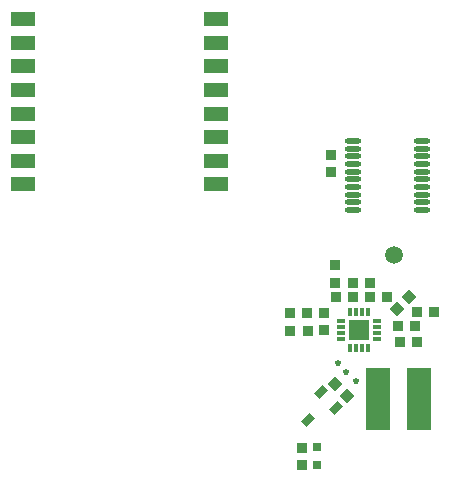
<source format=gtp>
G04*
G04 #@! TF.GenerationSoftware,Altium Limited,Altium Designer,21.0.8 (223)*
G04*
G04 Layer_Color=8421504*
%FSLAX44Y44*%
%MOMM*%
G71*
G04*
G04 #@! TF.SameCoordinates,3C593E1E-8741-496A-A554-97E108CC9687*
G04*
G04*
G04 #@! TF.FilePolarity,Positive*
G04*
G01*
G75*
G04:AMPARAMS|DCode=10|XSize=0.6mm|YSize=1mm|CornerRadius=0mm|HoleSize=0mm|Usage=FLASHONLY|Rotation=315.000|XOffset=0mm|YOffset=0mm|HoleType=Round|Shape=Rectangle|*
%AMROTATEDRECTD10*
4,1,4,-0.5657,-0.1414,0.1414,0.5657,0.5657,0.1414,-0.1414,-0.5657,-0.5657,-0.1414,0.0*
%
%ADD10ROTATEDRECTD10*%

%ADD11R,0.9000X0.9500*%
G04:AMPARAMS|DCode=12|XSize=0.9mm|YSize=0.95mm|CornerRadius=0mm|HoleSize=0mm|Usage=FLASHONLY|Rotation=45.000|XOffset=0mm|YOffset=0mm|HoleType=Round|Shape=Rectangle|*
%AMROTATEDRECTD12*
4,1,4,0.0177,-0.6541,-0.6541,0.0177,-0.0177,0.6541,0.6541,-0.0177,0.0177,-0.6541,0.0*
%
%ADD12ROTATEDRECTD12*%

%ADD13R,0.8000X0.8000*%
%ADD14R,0.9500X0.9000*%
%ADD15R,2.0000X5.3000*%
%ADD16R,1.7500X1.7500*%
%ADD17R,0.3000X0.8000*%
%ADD18R,0.8000X0.3000*%
G04:AMPARAMS|DCode=19|XSize=0.5mm|YSize=0.5mm|CornerRadius=0.25mm|HoleSize=0mm|Usage=FLASHONLY|Rotation=45.000|XOffset=0mm|YOffset=0mm|HoleType=Round|Shape=RoundedRectangle|*
%AMROUNDEDRECTD19*
21,1,0.5000,0.0000,0,0,45.0*
21,1,0.0000,0.5000,0,0,45.0*
1,1,0.5000,0.0000,0.0000*
1,1,0.5000,0.0000,0.0000*
1,1,0.5000,0.0000,0.0000*
1,1,0.5000,0.0000,0.0000*
%
%ADD19ROUNDEDRECTD19*%
%ADD20C,1.5000*%
%ADD21R,2.0000X1.3000*%
%ADD22O,1.4000X0.4500*%
G04:AMPARAMS|DCode=23|XSize=0.9mm|YSize=0.95mm|CornerRadius=0mm|HoleSize=0mm|Usage=FLASHONLY|Rotation=135.000|XOffset=0mm|YOffset=0mm|HoleType=Round|Shape=Rectangle|*
%AMROTATEDRECTD23*
4,1,4,0.6541,0.0177,-0.0177,-0.6541,-0.6541,-0.0177,0.0177,0.6541,0.6541,0.0177,0.0*
%
%ADD23ROTATEDRECTD23*%

D10*
X391044Y106062D02*
D03*
X401297Y129750D02*
D03*
X414732Y116315D02*
D03*
D11*
X385369Y68069D02*
D03*
Y82569D02*
D03*
X413750Y222500D02*
D03*
X413750Y237000D02*
D03*
X404000Y196750D02*
D03*
Y182250D02*
D03*
X410000Y330250D02*
D03*
X410000Y315750D02*
D03*
D12*
X423627Y126623D02*
D03*
X413373Y136876D02*
D03*
D13*
X398206Y68265D02*
D03*
Y83265D02*
D03*
D14*
X467000Y186000D02*
D03*
X481500D02*
D03*
X375773Y181338D02*
D03*
X390273D02*
D03*
X375543Y197027D02*
D03*
X390043D02*
D03*
X414261Y210463D02*
D03*
X428761D02*
D03*
X457750Y210500D02*
D03*
X443250D02*
D03*
X482690Y197472D02*
D03*
X497190Y197472D02*
D03*
X443000Y222500D02*
D03*
X428500D02*
D03*
X468250Y171750D02*
D03*
X482750D02*
D03*
D15*
X484750Y124250D02*
D03*
X449750D02*
D03*
D16*
X433750Y182250D02*
D03*
D17*
X441250Y167250D02*
D03*
X436250D02*
D03*
X431250D02*
D03*
X426250Y167250D02*
D03*
Y197250D02*
D03*
X431250D02*
D03*
X436250D02*
D03*
X441250D02*
D03*
D18*
X418750Y174750D02*
D03*
X418750Y179750D02*
D03*
Y184750D02*
D03*
X418750Y189750D02*
D03*
X448750D02*
D03*
Y184750D02*
D03*
Y179750D02*
D03*
Y174750D02*
D03*
D19*
X415936Y154064D02*
D03*
X423007Y146993D02*
D03*
X430962Y139038D02*
D03*
D20*
X463607Y246179D02*
D03*
D21*
X312750Y305500D02*
D03*
X312750Y325500D02*
D03*
Y345500D02*
D03*
X312750Y365500D02*
D03*
X312750Y385500D02*
D03*
X312750Y405500D02*
D03*
Y425500D02*
D03*
Y445500D02*
D03*
X149000D02*
D03*
Y425500D02*
D03*
Y405500D02*
D03*
Y385500D02*
D03*
Y365500D02*
D03*
Y345500D02*
D03*
Y325500D02*
D03*
Y305500D02*
D03*
D22*
X487500Y283750D02*
D03*
Y290250D02*
D03*
Y296750D02*
D03*
Y303250D02*
D03*
Y309750D02*
D03*
Y316250D02*
D03*
Y322750D02*
D03*
Y329250D02*
D03*
Y335750D02*
D03*
Y342250D02*
D03*
X428500Y283750D02*
D03*
Y290250D02*
D03*
Y296750D02*
D03*
Y303250D02*
D03*
Y309750D02*
D03*
Y316250D02*
D03*
Y322750D02*
D03*
Y329250D02*
D03*
Y335750D02*
D03*
Y342250D02*
D03*
D23*
X476049Y210028D02*
D03*
X465796Y199775D02*
D03*
M02*

</source>
